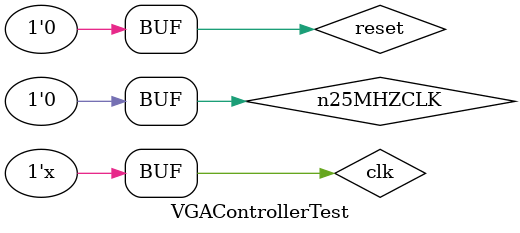
<source format=sv>
module VGAControllerTest();

logic clk, hsync, vsync, reset, n_sync, n_blanc, n25MHZCLK;
logic [7:0] R, G, B;

VGA_test VGA_test(.clk(clk),
						.reset(reset),
                  .hsync(hsync),
						.vsync(vsync),
						.n_sync(n_sync),
						.n_blanc(n_blanc),
						.n25MHZCLK(n25MHZCLK),
						.r(R),
						.g(G),
						.b(B));

initial begin
	clk = 0;
	n25MHZCLK = 0;
	reset = 1;
	
	#12 
	
	reset = 0;
end
 
always
begin
	#10 clk = ~clk;
end

endmodule // VGAControllerTest
</source>
